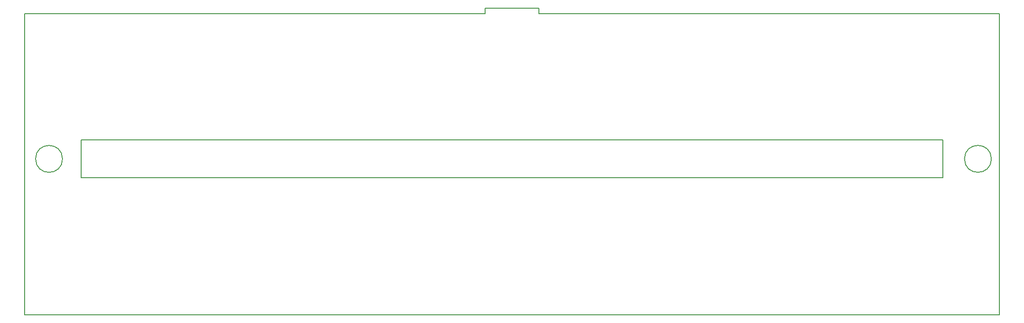
<source format=gbl>
G04 #@! TF.GenerationSoftware,KiCad,Pcbnew,(5.1.7)-1*
G04 #@! TF.CreationDate,2022-10-22T23:27:14+02:00*
G04 #@! TF.ProjectId,Skala,536b616c-612e-46b6-9963-61645f706362,rev?*
G04 #@! TF.SameCoordinates,Original*
G04 #@! TF.FileFunction,Copper,L2,Bot*
G04 #@! TF.FilePolarity,Positive*
%FSLAX46Y46*%
G04 Gerber Fmt 4.6, Leading zero omitted, Abs format (unit mm)*
G04 Created by KiCad (PCBNEW (5.1.7)-1) date 2022-10-22 23:27:14*
%MOMM*%
%LPD*%
G01*
G04 APERTURE LIST*
G04 #@! TA.AperFunction,Profile*
%ADD10C,0.150000*%
G04 #@! TD*
G04 APERTURE END LIST*
D10*
X125000000Y-29000000D02*
X115000000Y-29000000D01*
X125000000Y-30000000D02*
X125000000Y-29000000D01*
X115000000Y-30000000D02*
X115000000Y-29000000D01*
X125000000Y-30000000D02*
X210500000Y-30000000D01*
X209000000Y-57000000D02*
G75*
G03*
X209000000Y-57000000I-2500000J0D01*
G01*
X36500000Y-57000000D02*
G75*
G03*
X36500000Y-57000000I-2500000J0D01*
G01*
X40000000Y-53500000D02*
X40000000Y-60500000D01*
X200000000Y-60500000D02*
X40000000Y-60500000D01*
X200000000Y-53500000D02*
X200000000Y-60500000D01*
X40000000Y-53500000D02*
X200000000Y-53500000D01*
X29500000Y-86000000D02*
X29500000Y-30000000D01*
X210500000Y-86000000D02*
X29500000Y-86000000D01*
X210500000Y-30000000D02*
X210500000Y-86000000D01*
X29500000Y-30000000D02*
X115000000Y-30000000D01*
M02*

</source>
